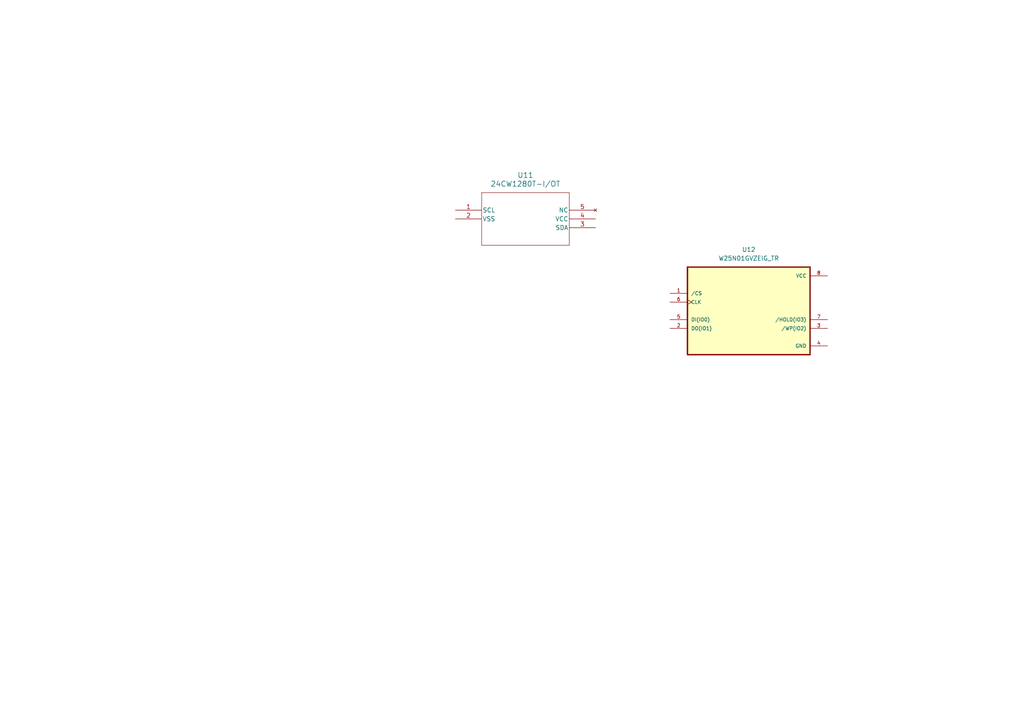
<source format=kicad_sch>
(kicad_sch (version 20250114) (generator "eeschema") (generator_version "9.0")
  (paper "A4")
  (lib_symbols
    (symbol "Aircraft_Components:24CW1280T-I_OT" (pin_names (offset 0.254))
      (property "Reference" "U" (at 20.32 10.16 0))
      (property "Value" "24CW1280T-I/OT" (at 20.32 7.62 0))
      (symbol "24CW1280T-I_OT_0_1"
        (polyline (pts (xy 7.62 5.08) (xy 7.62 -10.16)) (stroke (width 0.127)))
        (polyline (pts (xy 7.62 -10.16) (xy 33.02 -10.16)) (stroke (width 0.127)))
        (polyline (pts (xy 33.02 5.08) (xy 7.62 5.08)) (stroke (width 0.127)))
        (polyline (pts (xy 33.02 -10.16) (xy 33.02 5.08)) (stroke (width 0.127)))
        (pin unspecified line (at 0 0 0) (length 7.62) (name "SCL") (number "1"))
        (pin power_out line (at 0 -2.54 0) (length 7.62) (name "VSS") (number "2"))
        (pin no_connect line (at 40.64 0 180) (length 7.62) (name "NC") (number "5"))
        (pin power_in line (at 40.64 -2.54 180) (length 7.62) (name "VCC") (number "4"))
        (pin unspecified line (at 40.64 -5.08 180) (length 7.62) (name "SDA") (number "3"))
      )
    )
    (symbol "Aircraft_Components:W25N01GVZEIG_TR" (pin_names (offset 1.016))
      (property "Reference" "U" (at -17.78 13.7 0))
      (property "Value" "W25N01GVZEIG_TR" (at -17.78 -16.7 0))
      (symbol "W25N01GVZEIG_TR_0_0"
        (rectangle (start -17.78 -12.7) (end 17.78 12.7) (stroke (width 0.41)) (fill (type background)))
        (pin input line (at -22.86 5.08 0) (length 5.08) (name "/CS") (number "1"))
        (pin input clock (at -22.86 2.54 0) (length 5.08) (name "CLK") (number "6"))
        (pin bidirectional line (at -22.86 -2.54 0) (length 5.08) (name "DI(IO0)") (number "5"))
        (pin bidirectional line (at -22.86 -5.08 0) (length 5.08) (name "DO(IO1)") (number "2"))
        (pin power_in line (at 22.86 10.16 180) (length 5.08) (name "VCC") (number "8"))
        (pin bidirectional line (at 22.86 -2.54 180) (length 5.08) (name "/HOLD(IO3)") (number "7"))
        (pin bidirectional line (at 22.86 -5.08 180) (length 5.08) (name "/WP(IO2)") (number "3"))
        (pin power_in line (at 22.86 -10.16 180) (length 5.08) (name "GND") (number "4"))
      )
    )
  )
  (symbol (lib_id "Aircraft_Components:24CW1280T-I_OT") (at 132.08 60.96 0) (unit 1)
    (property "Reference" "U11" (at 152.4 50.8 0) (effects (font (size 1.524 1.524))))
    (property "Value" "24CW1280T-I/OT" (at 152.4 53.34 0) (effects (font (size 1.524 1.524))))
    (property "Footprint" "SOT-23-5_2P9X1P6_MCH" (effects (hide yes)))
    (property "Datasheet" "24CW1280T-I/OT" (effects (hide yes)))
  )
  (symbol (lib_id "Aircraft_Components:W25N01GVZEIG_TR") (at 217.17 90.17 0) (unit 1)
    (property "Reference" "U12" (at 217.17 72.39 0))
    (property "Value" "W25N01GVZEIG_TR" (at 217.17 74.93 0))
    (property "Footprint" "W25N01GVZEIG_TR:SON127P800X600X80-9N" (effects (hide yes)))
    (property "Description" "Ic Flash 1gbit 104mhz 8wson" (effects (hide yes)))
    (property "MF" "Winbond Electronics" (effects (hide yes)))
    (property "PACKAGE" "WSON-8 Winbond" (effects (hide yes)))
    (property "PRICE" "None" (effects (hide yes)))
    (property "Package" "WSON-8 Winbond" (effects (hide yes)))
    (property "Check_prices" "https://www.snapeda.com/parts/W25N01GVZEIG%20TR/Winbond/view-part/?ref=eda" (effects (hide yes)))
    (property "STANDARD" "IPC7351B" (effects (hide yes)))
    (property "SnapEDA_Link" "https://www.snapeda.com/parts/W25N01GVZEIG%20TR/Winbond/view-part/?ref=snap" (effects (hide yes)))
    (property "MP" "W25N01GVZEIG TR" (effects (hide yes)))
    (property "Purchase-URL" "https://www.snapeda.com/api/url_track_click_mouser/?unipart_id=1101444&manufacturer=Winbond Electronics&part_name=W25N01GVZEIG TR&search_term=None" (effects (hide yes)))
    (property "Description_1" "FLASH - NAND Memory IC 1Gb (128M x 8) SPI 104 MHz 8-WSON (8x6)" (effects (hide yes)))
    (property "Availability" "In Stock" (effects (hide yes)))
    (property "Price" "None" (effects (hide yes)))
    (property "MANUFACTURER" "Winbond Electronics" (effects (hide yes)))
  )
)
</source>
